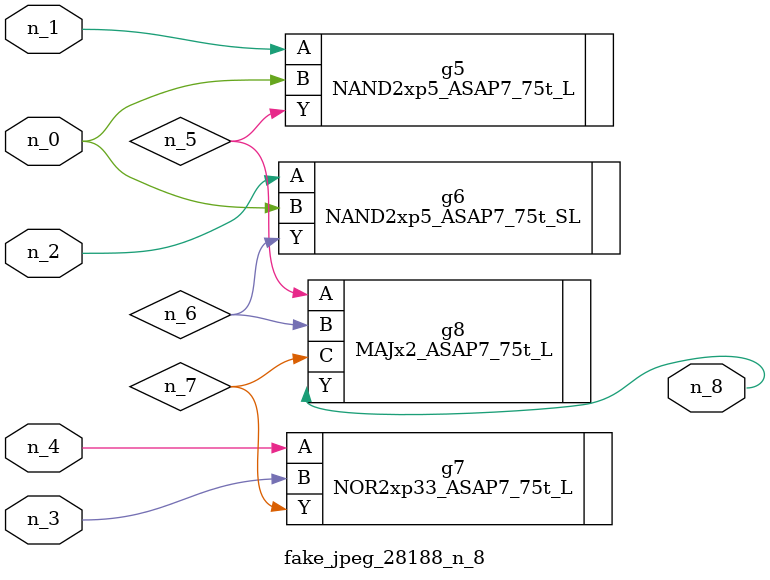
<source format=v>
module fake_jpeg_28188_n_8 (n_3, n_2, n_1, n_0, n_4, n_8);

input n_3;
input n_2;
input n_1;
input n_0;
input n_4;

output n_8;

wire n_6;
wire n_5;
wire n_7;

NAND2xp5_ASAP7_75t_L g5 ( 
.A(n_1),
.B(n_0),
.Y(n_5)
);

NAND2xp5_ASAP7_75t_SL g6 ( 
.A(n_2),
.B(n_0),
.Y(n_6)
);

NOR2xp33_ASAP7_75t_L g7 ( 
.A(n_4),
.B(n_3),
.Y(n_7)
);

MAJx2_ASAP7_75t_L g8 ( 
.A(n_5),
.B(n_6),
.C(n_7),
.Y(n_8)
);


endmodule
</source>
